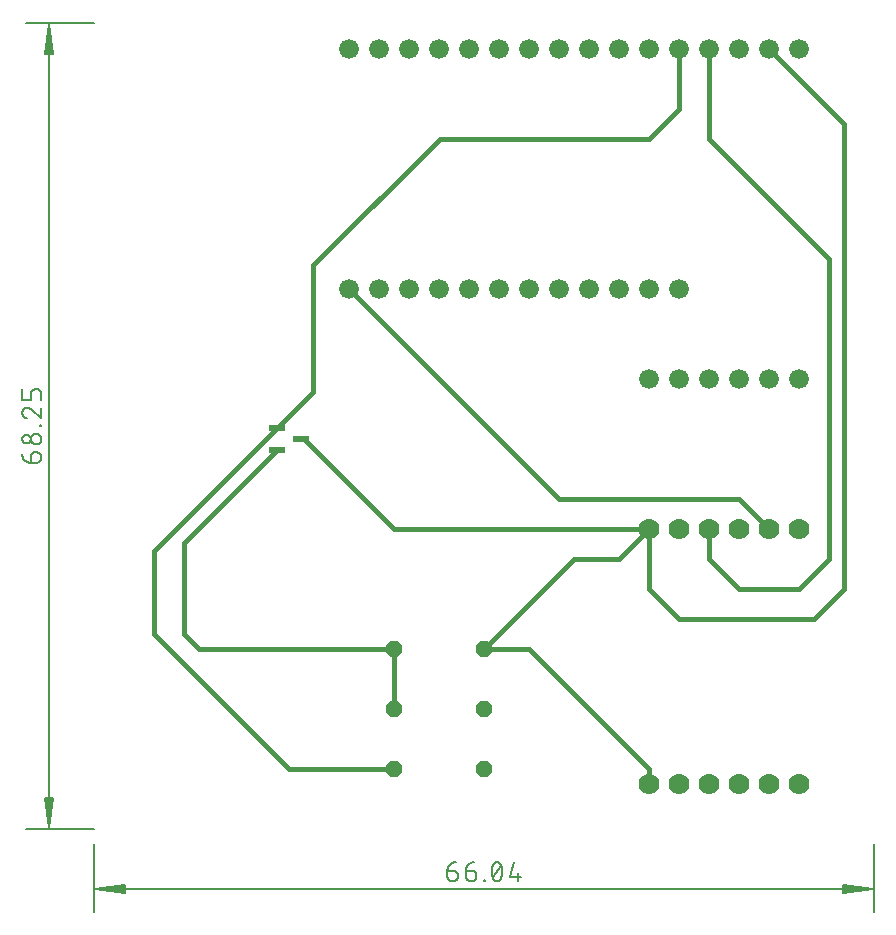
<source format=gbr>
G04 EAGLE Gerber RS-274X export*
G75*
%MOMM*%
%FSLAX34Y34*%
%LPD*%
%INTop Copper*%
%IPPOS*%
%AMOC8*
5,1,8,0,0,1.08239X$1,22.5*%
G01*
%ADD10C,0.130000*%
%ADD11C,0.152400*%
%ADD12R,1.320800X0.558800*%
%ADD13C,1.676400*%
%ADD14C,1.778000*%
%ADD15P,1.429621X8X22.500000*%
%ADD16P,1.429621X8X202.500000*%
%ADD17C,0.406400*%


D10*
X939800Y304800D02*
X939800Y247200D01*
X1600200Y247200D02*
X1600200Y304800D01*
X1599550Y266700D02*
X940450Y266700D01*
X965800Y269892D01*
X965800Y263508D01*
X940450Y266700D01*
X965800Y268000D01*
X965800Y265400D02*
X940450Y266700D01*
X965800Y269300D01*
X965800Y264100D02*
X940450Y266700D01*
X1574200Y269892D02*
X1599550Y266700D01*
X1574200Y269892D02*
X1574200Y263508D01*
X1599550Y266700D01*
X1574200Y268000D01*
X1574200Y265400D02*
X1599550Y266700D01*
X1574200Y269300D01*
X1574200Y264100D02*
X1599550Y266700D01*
D11*
X1244271Y282238D02*
X1238852Y282238D01*
X1244271Y282238D02*
X1244389Y282236D01*
X1244507Y282230D01*
X1244625Y282221D01*
X1244742Y282207D01*
X1244859Y282190D01*
X1244976Y282169D01*
X1245091Y282144D01*
X1245206Y282115D01*
X1245320Y282082D01*
X1245432Y282046D01*
X1245543Y282006D01*
X1245653Y281963D01*
X1245762Y281916D01*
X1245869Y281866D01*
X1245974Y281811D01*
X1246077Y281754D01*
X1246178Y281693D01*
X1246278Y281629D01*
X1246375Y281562D01*
X1246470Y281492D01*
X1246562Y281418D01*
X1246653Y281342D01*
X1246740Y281262D01*
X1246825Y281180D01*
X1246907Y281095D01*
X1246987Y281008D01*
X1247063Y280917D01*
X1247137Y280825D01*
X1247207Y280730D01*
X1247274Y280633D01*
X1247338Y280533D01*
X1247399Y280432D01*
X1247456Y280329D01*
X1247511Y280224D01*
X1247561Y280117D01*
X1247608Y280008D01*
X1247651Y279898D01*
X1247691Y279787D01*
X1247727Y279675D01*
X1247760Y279561D01*
X1247789Y279446D01*
X1247814Y279331D01*
X1247835Y279214D01*
X1247852Y279097D01*
X1247866Y278980D01*
X1247875Y278862D01*
X1247881Y278744D01*
X1247883Y278626D01*
X1247883Y277723D01*
X1247884Y277723D02*
X1247882Y277590D01*
X1247876Y277458D01*
X1247866Y277326D01*
X1247853Y277194D01*
X1247835Y277062D01*
X1247814Y276932D01*
X1247789Y276801D01*
X1247760Y276672D01*
X1247727Y276544D01*
X1247691Y276416D01*
X1247651Y276290D01*
X1247607Y276165D01*
X1247559Y276041D01*
X1247508Y275919D01*
X1247453Y275798D01*
X1247395Y275679D01*
X1247333Y275561D01*
X1247268Y275446D01*
X1247199Y275332D01*
X1247128Y275221D01*
X1247052Y275112D01*
X1246974Y275005D01*
X1246893Y274900D01*
X1246808Y274798D01*
X1246721Y274698D01*
X1246631Y274601D01*
X1246538Y274506D01*
X1246442Y274415D01*
X1246344Y274326D01*
X1246243Y274240D01*
X1246139Y274157D01*
X1246033Y274077D01*
X1245925Y274001D01*
X1245815Y273927D01*
X1245702Y273857D01*
X1245588Y273790D01*
X1245471Y273727D01*
X1245353Y273667D01*
X1245233Y273610D01*
X1245111Y273557D01*
X1244988Y273508D01*
X1244864Y273462D01*
X1244738Y273420D01*
X1244611Y273382D01*
X1244483Y273347D01*
X1244354Y273316D01*
X1244225Y273289D01*
X1244094Y273266D01*
X1243963Y273246D01*
X1243831Y273231D01*
X1243699Y273219D01*
X1243567Y273211D01*
X1243434Y273207D01*
X1243302Y273207D01*
X1243169Y273211D01*
X1243037Y273219D01*
X1242905Y273231D01*
X1242773Y273246D01*
X1242642Y273266D01*
X1242511Y273289D01*
X1242382Y273316D01*
X1242253Y273347D01*
X1242125Y273382D01*
X1241998Y273420D01*
X1241872Y273462D01*
X1241748Y273508D01*
X1241625Y273557D01*
X1241503Y273610D01*
X1241383Y273667D01*
X1241265Y273727D01*
X1241148Y273790D01*
X1241034Y273857D01*
X1240921Y273927D01*
X1240811Y274001D01*
X1240703Y274077D01*
X1240597Y274157D01*
X1240493Y274240D01*
X1240392Y274326D01*
X1240294Y274415D01*
X1240198Y274506D01*
X1240105Y274601D01*
X1240015Y274698D01*
X1239928Y274798D01*
X1239843Y274900D01*
X1239762Y275005D01*
X1239684Y275112D01*
X1239608Y275221D01*
X1239537Y275332D01*
X1239468Y275446D01*
X1239403Y275561D01*
X1239341Y275679D01*
X1239283Y275798D01*
X1239228Y275919D01*
X1239177Y276041D01*
X1239129Y276165D01*
X1239085Y276290D01*
X1239045Y276416D01*
X1239009Y276544D01*
X1238976Y276672D01*
X1238947Y276801D01*
X1238922Y276932D01*
X1238901Y277062D01*
X1238883Y277194D01*
X1238870Y277326D01*
X1238860Y277458D01*
X1238854Y277590D01*
X1238852Y277723D01*
X1238852Y282238D01*
X1238854Y282415D01*
X1238861Y282593D01*
X1238872Y282770D01*
X1238887Y282946D01*
X1238906Y283122D01*
X1238930Y283298D01*
X1238958Y283473D01*
X1238991Y283648D01*
X1239028Y283821D01*
X1239069Y283994D01*
X1239114Y284165D01*
X1239163Y284335D01*
X1239217Y284504D01*
X1239274Y284672D01*
X1239336Y284838D01*
X1239402Y285003D01*
X1239472Y285166D01*
X1239546Y285327D01*
X1239623Y285486D01*
X1239705Y285644D01*
X1239791Y285799D01*
X1239880Y285952D01*
X1239973Y286103D01*
X1240070Y286252D01*
X1240170Y286398D01*
X1240274Y286542D01*
X1240381Y286683D01*
X1240492Y286821D01*
X1240606Y286957D01*
X1240724Y287090D01*
X1240844Y287220D01*
X1240968Y287347D01*
X1241095Y287471D01*
X1241225Y287591D01*
X1241358Y287709D01*
X1241493Y287823D01*
X1241632Y287934D01*
X1241773Y288041D01*
X1241917Y288145D01*
X1242063Y288245D01*
X1242212Y288342D01*
X1242363Y288435D01*
X1242516Y288524D01*
X1242671Y288610D01*
X1242829Y288692D01*
X1242988Y288769D01*
X1243149Y288843D01*
X1243312Y288913D01*
X1243477Y288979D01*
X1243643Y289041D01*
X1243811Y289098D01*
X1243980Y289152D01*
X1244150Y289201D01*
X1244321Y289246D01*
X1244494Y289287D01*
X1244667Y289324D01*
X1244842Y289357D01*
X1245017Y289385D01*
X1245193Y289409D01*
X1245369Y289428D01*
X1245545Y289443D01*
X1245722Y289454D01*
X1245900Y289461D01*
X1246077Y289463D01*
X1254483Y282238D02*
X1259902Y282238D01*
X1260020Y282236D01*
X1260138Y282230D01*
X1260256Y282221D01*
X1260373Y282207D01*
X1260490Y282190D01*
X1260607Y282169D01*
X1260722Y282144D01*
X1260837Y282115D01*
X1260951Y282082D01*
X1261063Y282046D01*
X1261174Y282006D01*
X1261284Y281963D01*
X1261393Y281916D01*
X1261500Y281866D01*
X1261605Y281811D01*
X1261708Y281754D01*
X1261809Y281693D01*
X1261909Y281629D01*
X1262006Y281562D01*
X1262101Y281492D01*
X1262193Y281418D01*
X1262284Y281342D01*
X1262371Y281262D01*
X1262456Y281180D01*
X1262538Y281095D01*
X1262618Y281008D01*
X1262694Y280917D01*
X1262768Y280825D01*
X1262838Y280730D01*
X1262905Y280633D01*
X1262969Y280533D01*
X1263030Y280432D01*
X1263087Y280329D01*
X1263142Y280224D01*
X1263192Y280117D01*
X1263239Y280008D01*
X1263282Y279898D01*
X1263322Y279787D01*
X1263358Y279675D01*
X1263391Y279561D01*
X1263420Y279446D01*
X1263445Y279331D01*
X1263466Y279214D01*
X1263483Y279097D01*
X1263497Y278980D01*
X1263506Y278862D01*
X1263512Y278744D01*
X1263514Y278626D01*
X1263514Y277723D01*
X1263515Y277723D02*
X1263513Y277590D01*
X1263507Y277458D01*
X1263497Y277326D01*
X1263484Y277194D01*
X1263466Y277062D01*
X1263445Y276932D01*
X1263420Y276801D01*
X1263391Y276672D01*
X1263358Y276544D01*
X1263322Y276416D01*
X1263282Y276290D01*
X1263238Y276165D01*
X1263190Y276041D01*
X1263139Y275919D01*
X1263084Y275798D01*
X1263026Y275679D01*
X1262964Y275561D01*
X1262899Y275446D01*
X1262830Y275332D01*
X1262759Y275221D01*
X1262683Y275112D01*
X1262605Y275005D01*
X1262524Y274900D01*
X1262439Y274798D01*
X1262352Y274698D01*
X1262262Y274601D01*
X1262169Y274506D01*
X1262073Y274415D01*
X1261975Y274326D01*
X1261874Y274240D01*
X1261770Y274157D01*
X1261664Y274077D01*
X1261556Y274001D01*
X1261446Y273927D01*
X1261333Y273857D01*
X1261219Y273790D01*
X1261102Y273727D01*
X1260984Y273667D01*
X1260864Y273610D01*
X1260742Y273557D01*
X1260619Y273508D01*
X1260495Y273462D01*
X1260369Y273420D01*
X1260242Y273382D01*
X1260114Y273347D01*
X1259985Y273316D01*
X1259856Y273289D01*
X1259725Y273266D01*
X1259594Y273246D01*
X1259462Y273231D01*
X1259330Y273219D01*
X1259198Y273211D01*
X1259065Y273207D01*
X1258933Y273207D01*
X1258800Y273211D01*
X1258668Y273219D01*
X1258536Y273231D01*
X1258404Y273246D01*
X1258273Y273266D01*
X1258142Y273289D01*
X1258013Y273316D01*
X1257884Y273347D01*
X1257756Y273382D01*
X1257629Y273420D01*
X1257503Y273462D01*
X1257379Y273508D01*
X1257256Y273557D01*
X1257134Y273610D01*
X1257014Y273667D01*
X1256896Y273727D01*
X1256779Y273790D01*
X1256665Y273857D01*
X1256552Y273927D01*
X1256442Y274001D01*
X1256334Y274077D01*
X1256228Y274157D01*
X1256124Y274240D01*
X1256023Y274326D01*
X1255925Y274415D01*
X1255829Y274506D01*
X1255736Y274601D01*
X1255646Y274698D01*
X1255559Y274798D01*
X1255474Y274900D01*
X1255393Y275005D01*
X1255315Y275112D01*
X1255239Y275221D01*
X1255168Y275332D01*
X1255099Y275446D01*
X1255034Y275561D01*
X1254972Y275679D01*
X1254914Y275798D01*
X1254859Y275919D01*
X1254808Y276041D01*
X1254760Y276165D01*
X1254716Y276290D01*
X1254676Y276416D01*
X1254640Y276544D01*
X1254607Y276672D01*
X1254578Y276801D01*
X1254553Y276932D01*
X1254532Y277062D01*
X1254514Y277194D01*
X1254501Y277326D01*
X1254491Y277458D01*
X1254485Y277590D01*
X1254483Y277723D01*
X1254483Y282238D01*
X1254485Y282415D01*
X1254492Y282593D01*
X1254503Y282770D01*
X1254518Y282946D01*
X1254537Y283122D01*
X1254561Y283298D01*
X1254589Y283473D01*
X1254622Y283648D01*
X1254659Y283821D01*
X1254700Y283994D01*
X1254745Y284165D01*
X1254794Y284335D01*
X1254848Y284504D01*
X1254905Y284672D01*
X1254967Y284838D01*
X1255033Y285003D01*
X1255103Y285166D01*
X1255177Y285327D01*
X1255254Y285486D01*
X1255336Y285644D01*
X1255422Y285799D01*
X1255511Y285952D01*
X1255604Y286103D01*
X1255701Y286252D01*
X1255801Y286398D01*
X1255905Y286542D01*
X1256012Y286683D01*
X1256123Y286821D01*
X1256237Y286957D01*
X1256355Y287090D01*
X1256475Y287220D01*
X1256599Y287347D01*
X1256726Y287471D01*
X1256856Y287591D01*
X1256989Y287709D01*
X1257124Y287823D01*
X1257263Y287934D01*
X1257404Y288041D01*
X1257548Y288145D01*
X1257694Y288245D01*
X1257843Y288342D01*
X1257994Y288435D01*
X1258147Y288524D01*
X1258302Y288610D01*
X1258460Y288692D01*
X1258619Y288769D01*
X1258780Y288843D01*
X1258943Y288913D01*
X1259108Y288979D01*
X1259274Y289041D01*
X1259442Y289098D01*
X1259611Y289152D01*
X1259781Y289201D01*
X1259952Y289246D01*
X1260125Y289287D01*
X1260298Y289324D01*
X1260473Y289357D01*
X1260648Y289385D01*
X1260824Y289409D01*
X1261000Y289428D01*
X1261176Y289443D01*
X1261353Y289454D01*
X1261531Y289461D01*
X1261708Y289463D01*
X1269489Y274110D02*
X1269489Y273207D01*
X1269489Y274110D02*
X1270392Y274110D01*
X1270392Y273207D01*
X1269489Y273207D01*
X1276367Y281335D02*
X1276371Y281655D01*
X1276382Y281974D01*
X1276401Y282294D01*
X1276428Y282612D01*
X1276462Y282930D01*
X1276504Y283247D01*
X1276554Y283563D01*
X1276611Y283878D01*
X1276675Y284191D01*
X1276747Y284503D01*
X1276826Y284813D01*
X1276913Y285120D01*
X1277007Y285426D01*
X1277108Y285729D01*
X1277217Y286030D01*
X1277332Y286328D01*
X1277455Y286624D01*
X1277585Y286916D01*
X1277722Y287205D01*
X1277721Y287206D02*
X1277760Y287314D01*
X1277803Y287421D01*
X1277849Y287526D01*
X1277900Y287630D01*
X1277953Y287732D01*
X1278010Y287832D01*
X1278071Y287930D01*
X1278135Y288025D01*
X1278202Y288119D01*
X1278273Y288210D01*
X1278346Y288299D01*
X1278423Y288385D01*
X1278502Y288468D01*
X1278584Y288549D01*
X1278669Y288627D01*
X1278757Y288701D01*
X1278847Y288773D01*
X1278939Y288841D01*
X1279034Y288907D01*
X1279131Y288969D01*
X1279230Y289027D01*
X1279332Y289083D01*
X1279434Y289134D01*
X1279539Y289182D01*
X1279645Y289227D01*
X1279753Y289268D01*
X1279862Y289305D01*
X1279972Y289338D01*
X1280084Y289367D01*
X1280196Y289393D01*
X1280309Y289415D01*
X1280423Y289432D01*
X1280537Y289446D01*
X1280652Y289456D01*
X1280767Y289462D01*
X1280882Y289464D01*
X1280882Y289463D02*
X1280997Y289461D01*
X1281112Y289455D01*
X1281227Y289445D01*
X1281341Y289431D01*
X1281455Y289414D01*
X1281568Y289392D01*
X1281680Y289366D01*
X1281792Y289337D01*
X1281902Y289304D01*
X1282011Y289267D01*
X1282119Y289226D01*
X1282225Y289181D01*
X1282330Y289133D01*
X1282432Y289082D01*
X1282533Y289026D01*
X1282633Y288968D01*
X1282730Y288906D01*
X1282824Y288841D01*
X1282917Y288772D01*
X1283007Y288700D01*
X1283095Y288626D01*
X1283180Y288548D01*
X1283262Y288467D01*
X1283341Y288384D01*
X1283418Y288298D01*
X1283491Y288209D01*
X1283562Y288118D01*
X1283629Y288024D01*
X1283693Y287929D01*
X1283754Y287831D01*
X1283811Y287731D01*
X1283864Y287629D01*
X1283915Y287525D01*
X1283961Y287420D01*
X1284004Y287313D01*
X1284043Y287205D01*
X1284180Y286916D01*
X1284310Y286624D01*
X1284433Y286328D01*
X1284548Y286030D01*
X1284657Y285729D01*
X1284758Y285426D01*
X1284852Y285120D01*
X1284939Y284813D01*
X1285018Y284503D01*
X1285090Y284191D01*
X1285154Y283878D01*
X1285211Y283563D01*
X1285261Y283247D01*
X1285303Y282930D01*
X1285337Y282612D01*
X1285364Y282294D01*
X1285383Y281974D01*
X1285394Y281655D01*
X1285398Y281335D01*
X1276367Y281335D02*
X1276371Y281015D01*
X1276382Y280696D01*
X1276401Y280376D01*
X1276428Y280058D01*
X1276462Y279740D01*
X1276504Y279423D01*
X1276554Y279107D01*
X1276611Y278792D01*
X1276675Y278479D01*
X1276747Y278167D01*
X1276826Y277857D01*
X1276913Y277550D01*
X1277007Y277244D01*
X1277108Y276941D01*
X1277217Y276640D01*
X1277332Y276342D01*
X1277455Y276046D01*
X1277585Y275754D01*
X1277722Y275465D01*
X1277721Y275465D02*
X1277760Y275357D01*
X1277803Y275250D01*
X1277849Y275145D01*
X1277900Y275041D01*
X1277953Y274939D01*
X1278010Y274839D01*
X1278071Y274741D01*
X1278135Y274646D01*
X1278202Y274552D01*
X1278273Y274461D01*
X1278346Y274372D01*
X1278423Y274286D01*
X1278502Y274203D01*
X1278584Y274122D01*
X1278669Y274044D01*
X1278757Y273970D01*
X1278847Y273898D01*
X1278940Y273829D01*
X1279034Y273764D01*
X1279131Y273702D01*
X1279231Y273644D01*
X1279332Y273588D01*
X1279434Y273537D01*
X1279539Y273489D01*
X1279645Y273444D01*
X1279753Y273403D01*
X1279862Y273366D01*
X1279972Y273333D01*
X1280084Y273304D01*
X1280196Y273278D01*
X1280309Y273256D01*
X1280423Y273239D01*
X1280537Y273225D01*
X1280652Y273215D01*
X1280767Y273209D01*
X1280882Y273207D01*
X1284043Y275465D02*
X1284180Y275754D01*
X1284310Y276046D01*
X1284433Y276342D01*
X1284548Y276640D01*
X1284657Y276941D01*
X1284758Y277244D01*
X1284852Y277550D01*
X1284939Y277857D01*
X1285018Y278167D01*
X1285090Y278479D01*
X1285154Y278792D01*
X1285211Y279107D01*
X1285261Y279423D01*
X1285303Y279740D01*
X1285337Y280058D01*
X1285364Y280376D01*
X1285383Y280696D01*
X1285394Y281015D01*
X1285398Y281335D01*
X1284043Y275465D02*
X1284004Y275357D01*
X1283961Y275250D01*
X1283915Y275145D01*
X1283864Y275041D01*
X1283811Y274939D01*
X1283754Y274839D01*
X1283693Y274741D01*
X1283629Y274646D01*
X1283562Y274552D01*
X1283491Y274461D01*
X1283418Y274372D01*
X1283341Y274286D01*
X1283262Y274203D01*
X1283180Y274122D01*
X1283095Y274044D01*
X1283007Y273970D01*
X1282917Y273898D01*
X1282824Y273829D01*
X1282730Y273764D01*
X1282633Y273702D01*
X1282533Y273644D01*
X1282432Y273588D01*
X1282329Y273537D01*
X1282225Y273489D01*
X1282119Y273444D01*
X1282011Y273403D01*
X1281902Y273366D01*
X1281792Y273333D01*
X1281680Y273304D01*
X1281568Y273278D01*
X1281455Y273256D01*
X1281341Y273239D01*
X1281227Y273225D01*
X1281112Y273215D01*
X1280997Y273209D01*
X1280882Y273207D01*
X1277270Y276819D02*
X1284495Y285851D01*
X1295611Y289463D02*
X1291998Y276819D01*
X1301029Y276819D01*
X1298320Y280432D02*
X1298320Y273207D01*
D10*
X939800Y317500D02*
X882200Y317500D01*
X882200Y1000000D02*
X939800Y1000000D01*
X901700Y999350D02*
X901700Y318150D01*
X898508Y343500D01*
X904892Y343500D01*
X901700Y318150D01*
X900400Y343500D01*
X903000Y343500D02*
X901700Y318150D01*
X899100Y343500D01*
X904300Y343500D02*
X901700Y318150D01*
X898508Y974000D02*
X901700Y999350D01*
X898508Y974000D02*
X904892Y974000D01*
X901700Y999350D01*
X900400Y974000D01*
X903000Y974000D02*
X901700Y999350D01*
X899100Y974000D01*
X904300Y974000D02*
X901700Y999350D01*
D11*
X886162Y633021D02*
X886162Y627602D01*
X886162Y633021D02*
X886164Y633139D01*
X886170Y633257D01*
X886179Y633375D01*
X886193Y633492D01*
X886210Y633609D01*
X886231Y633726D01*
X886256Y633841D01*
X886285Y633956D01*
X886318Y634070D01*
X886354Y634182D01*
X886394Y634293D01*
X886437Y634403D01*
X886484Y634512D01*
X886534Y634619D01*
X886589Y634724D01*
X886646Y634827D01*
X886707Y634928D01*
X886771Y635028D01*
X886838Y635125D01*
X886908Y635220D01*
X886982Y635312D01*
X887058Y635403D01*
X887138Y635490D01*
X887220Y635575D01*
X887305Y635657D01*
X887392Y635737D01*
X887483Y635813D01*
X887575Y635887D01*
X887670Y635957D01*
X887767Y636024D01*
X887867Y636088D01*
X887968Y636149D01*
X888071Y636206D01*
X888176Y636261D01*
X888283Y636311D01*
X888392Y636358D01*
X888502Y636401D01*
X888613Y636441D01*
X888725Y636477D01*
X888839Y636510D01*
X888954Y636539D01*
X889069Y636564D01*
X889186Y636585D01*
X889303Y636602D01*
X889420Y636616D01*
X889538Y636625D01*
X889656Y636631D01*
X889774Y636633D01*
X890677Y636633D01*
X890677Y636634D02*
X890810Y636632D01*
X890942Y636626D01*
X891074Y636616D01*
X891206Y636603D01*
X891338Y636585D01*
X891468Y636564D01*
X891599Y636539D01*
X891728Y636510D01*
X891856Y636477D01*
X891984Y636441D01*
X892110Y636401D01*
X892235Y636357D01*
X892359Y636309D01*
X892481Y636258D01*
X892602Y636203D01*
X892721Y636145D01*
X892839Y636083D01*
X892954Y636018D01*
X893068Y635949D01*
X893179Y635878D01*
X893288Y635802D01*
X893395Y635724D01*
X893500Y635643D01*
X893602Y635558D01*
X893702Y635471D01*
X893799Y635381D01*
X893894Y635288D01*
X893985Y635192D01*
X894074Y635094D01*
X894160Y634993D01*
X894243Y634889D01*
X894323Y634783D01*
X894399Y634675D01*
X894473Y634565D01*
X894543Y634452D01*
X894610Y634338D01*
X894673Y634221D01*
X894733Y634103D01*
X894790Y633983D01*
X894843Y633861D01*
X894892Y633738D01*
X894938Y633614D01*
X894980Y633488D01*
X895018Y633361D01*
X895053Y633233D01*
X895084Y633104D01*
X895111Y632975D01*
X895134Y632844D01*
X895154Y632713D01*
X895169Y632581D01*
X895181Y632449D01*
X895189Y632317D01*
X895193Y632184D01*
X895193Y632052D01*
X895189Y631919D01*
X895181Y631787D01*
X895169Y631655D01*
X895154Y631523D01*
X895134Y631392D01*
X895111Y631261D01*
X895084Y631132D01*
X895053Y631003D01*
X895018Y630875D01*
X894980Y630748D01*
X894938Y630622D01*
X894892Y630498D01*
X894843Y630375D01*
X894790Y630253D01*
X894733Y630133D01*
X894673Y630015D01*
X894610Y629898D01*
X894543Y629784D01*
X894473Y629671D01*
X894399Y629561D01*
X894323Y629453D01*
X894243Y629347D01*
X894160Y629243D01*
X894074Y629142D01*
X893985Y629044D01*
X893894Y628948D01*
X893799Y628855D01*
X893702Y628765D01*
X893602Y628678D01*
X893500Y628593D01*
X893395Y628512D01*
X893288Y628434D01*
X893179Y628358D01*
X893068Y628287D01*
X892954Y628218D01*
X892839Y628153D01*
X892721Y628091D01*
X892602Y628033D01*
X892481Y627978D01*
X892359Y627927D01*
X892235Y627879D01*
X892110Y627835D01*
X891984Y627795D01*
X891856Y627759D01*
X891728Y627726D01*
X891599Y627697D01*
X891468Y627672D01*
X891338Y627651D01*
X891206Y627633D01*
X891074Y627620D01*
X890942Y627610D01*
X890810Y627604D01*
X890677Y627602D01*
X886162Y627602D01*
X885985Y627604D01*
X885807Y627611D01*
X885630Y627622D01*
X885454Y627637D01*
X885278Y627656D01*
X885102Y627680D01*
X884927Y627708D01*
X884752Y627741D01*
X884579Y627778D01*
X884406Y627819D01*
X884235Y627864D01*
X884065Y627913D01*
X883896Y627967D01*
X883728Y628024D01*
X883562Y628086D01*
X883397Y628152D01*
X883234Y628222D01*
X883073Y628296D01*
X882914Y628373D01*
X882756Y628455D01*
X882601Y628541D01*
X882448Y628630D01*
X882297Y628723D01*
X882148Y628820D01*
X882002Y628920D01*
X881858Y629024D01*
X881717Y629131D01*
X881579Y629242D01*
X881443Y629356D01*
X881310Y629474D01*
X881180Y629594D01*
X881053Y629718D01*
X880929Y629845D01*
X880809Y629975D01*
X880691Y630108D01*
X880577Y630243D01*
X880466Y630382D01*
X880359Y630523D01*
X880255Y630667D01*
X880155Y630813D01*
X880058Y630962D01*
X879965Y631113D01*
X879876Y631266D01*
X879790Y631421D01*
X879708Y631579D01*
X879631Y631738D01*
X879557Y631899D01*
X879487Y632062D01*
X879421Y632227D01*
X879359Y632393D01*
X879302Y632561D01*
X879248Y632730D01*
X879199Y632900D01*
X879154Y633071D01*
X879113Y633244D01*
X879076Y633417D01*
X879043Y633592D01*
X879015Y633767D01*
X878991Y633943D01*
X878972Y634119D01*
X878957Y634295D01*
X878946Y634472D01*
X878939Y634650D01*
X878937Y634827D01*
X890677Y643233D02*
X890544Y643235D01*
X890412Y643241D01*
X890280Y643251D01*
X890148Y643264D01*
X890016Y643282D01*
X889886Y643303D01*
X889755Y643328D01*
X889626Y643357D01*
X889498Y643390D01*
X889370Y643426D01*
X889244Y643466D01*
X889119Y643510D01*
X888995Y643558D01*
X888873Y643609D01*
X888752Y643664D01*
X888633Y643722D01*
X888515Y643784D01*
X888400Y643849D01*
X888286Y643918D01*
X888175Y643989D01*
X888066Y644065D01*
X887959Y644143D01*
X887854Y644224D01*
X887752Y644309D01*
X887652Y644396D01*
X887555Y644486D01*
X887460Y644579D01*
X887369Y644675D01*
X887280Y644773D01*
X887194Y644874D01*
X887111Y644978D01*
X887031Y645084D01*
X886955Y645192D01*
X886881Y645302D01*
X886811Y645415D01*
X886744Y645529D01*
X886681Y645646D01*
X886621Y645764D01*
X886564Y645884D01*
X886511Y646006D01*
X886462Y646129D01*
X886416Y646253D01*
X886374Y646379D01*
X886336Y646506D01*
X886301Y646634D01*
X886270Y646763D01*
X886243Y646892D01*
X886220Y647023D01*
X886200Y647154D01*
X886185Y647286D01*
X886173Y647418D01*
X886165Y647550D01*
X886161Y647683D01*
X886161Y647815D01*
X886165Y647948D01*
X886173Y648080D01*
X886185Y648212D01*
X886200Y648344D01*
X886220Y648475D01*
X886243Y648606D01*
X886270Y648735D01*
X886301Y648864D01*
X886336Y648992D01*
X886374Y649119D01*
X886416Y649245D01*
X886462Y649369D01*
X886511Y649492D01*
X886564Y649614D01*
X886621Y649734D01*
X886681Y649852D01*
X886744Y649969D01*
X886811Y650083D01*
X886881Y650196D01*
X886955Y650306D01*
X887031Y650414D01*
X887111Y650520D01*
X887194Y650624D01*
X887280Y650725D01*
X887369Y650823D01*
X887460Y650919D01*
X887555Y651012D01*
X887652Y651102D01*
X887752Y651189D01*
X887854Y651274D01*
X887959Y651355D01*
X888066Y651433D01*
X888175Y651509D01*
X888286Y651580D01*
X888400Y651649D01*
X888515Y651714D01*
X888633Y651776D01*
X888752Y651834D01*
X888873Y651889D01*
X888995Y651940D01*
X889119Y651988D01*
X889244Y652032D01*
X889370Y652072D01*
X889498Y652108D01*
X889626Y652141D01*
X889755Y652170D01*
X889886Y652195D01*
X890016Y652216D01*
X890148Y652234D01*
X890280Y652247D01*
X890412Y652257D01*
X890544Y652263D01*
X890677Y652265D01*
X890810Y652263D01*
X890942Y652257D01*
X891074Y652247D01*
X891206Y652234D01*
X891338Y652216D01*
X891468Y652195D01*
X891599Y652170D01*
X891728Y652141D01*
X891856Y652108D01*
X891984Y652072D01*
X892110Y652032D01*
X892235Y651988D01*
X892359Y651940D01*
X892481Y651889D01*
X892602Y651834D01*
X892721Y651776D01*
X892839Y651714D01*
X892954Y651649D01*
X893068Y651580D01*
X893179Y651509D01*
X893288Y651433D01*
X893395Y651355D01*
X893500Y651274D01*
X893602Y651189D01*
X893702Y651102D01*
X893799Y651012D01*
X893894Y650919D01*
X893985Y650823D01*
X894074Y650725D01*
X894160Y650624D01*
X894243Y650520D01*
X894323Y650414D01*
X894399Y650306D01*
X894473Y650196D01*
X894543Y650083D01*
X894610Y649969D01*
X894673Y649852D01*
X894733Y649734D01*
X894790Y649614D01*
X894843Y649492D01*
X894892Y649369D01*
X894938Y649245D01*
X894980Y649119D01*
X895018Y648992D01*
X895053Y648864D01*
X895084Y648735D01*
X895111Y648606D01*
X895134Y648475D01*
X895154Y648344D01*
X895169Y648212D01*
X895181Y648080D01*
X895189Y647948D01*
X895193Y647815D01*
X895193Y647683D01*
X895189Y647550D01*
X895181Y647418D01*
X895169Y647286D01*
X895154Y647154D01*
X895134Y647023D01*
X895111Y646892D01*
X895084Y646763D01*
X895053Y646634D01*
X895018Y646506D01*
X894980Y646379D01*
X894938Y646253D01*
X894892Y646129D01*
X894843Y646006D01*
X894790Y645884D01*
X894733Y645764D01*
X894673Y645646D01*
X894610Y645529D01*
X894543Y645415D01*
X894473Y645302D01*
X894399Y645192D01*
X894323Y645084D01*
X894243Y644978D01*
X894160Y644874D01*
X894074Y644773D01*
X893985Y644675D01*
X893894Y644579D01*
X893799Y644486D01*
X893702Y644396D01*
X893602Y644309D01*
X893500Y644224D01*
X893395Y644143D01*
X893288Y644065D01*
X893179Y643989D01*
X893068Y643918D01*
X892954Y643849D01*
X892839Y643784D01*
X892721Y643722D01*
X892602Y643664D01*
X892481Y643609D01*
X892359Y643558D01*
X892235Y643510D01*
X892110Y643466D01*
X891984Y643426D01*
X891856Y643390D01*
X891728Y643357D01*
X891599Y643328D01*
X891468Y643303D01*
X891338Y643282D01*
X891206Y643264D01*
X891074Y643251D01*
X890942Y643241D01*
X890810Y643235D01*
X890677Y643233D01*
X882549Y644137D02*
X882430Y644139D01*
X882310Y644145D01*
X882191Y644155D01*
X882073Y644169D01*
X881954Y644186D01*
X881837Y644208D01*
X881720Y644233D01*
X881605Y644263D01*
X881490Y644296D01*
X881376Y644333D01*
X881264Y644373D01*
X881153Y644418D01*
X881044Y644466D01*
X880936Y644517D01*
X880830Y644572D01*
X880726Y644631D01*
X880624Y644693D01*
X880524Y644758D01*
X880426Y644827D01*
X880330Y644899D01*
X880237Y644974D01*
X880147Y645051D01*
X880059Y645132D01*
X879974Y645216D01*
X879892Y645303D01*
X879812Y645392D01*
X879736Y645484D01*
X879662Y645578D01*
X879592Y645675D01*
X879525Y645773D01*
X879461Y645874D01*
X879401Y645978D01*
X879344Y646083D01*
X879291Y646190D01*
X879241Y646298D01*
X879195Y646408D01*
X879153Y646520D01*
X879114Y646633D01*
X879079Y646747D01*
X879048Y646862D01*
X879020Y646979D01*
X878997Y647096D01*
X878977Y647213D01*
X878961Y647332D01*
X878949Y647451D01*
X878941Y647570D01*
X878937Y647689D01*
X878937Y647809D01*
X878941Y647928D01*
X878949Y648047D01*
X878961Y648166D01*
X878977Y648285D01*
X878997Y648402D01*
X879020Y648519D01*
X879048Y648636D01*
X879079Y648751D01*
X879114Y648865D01*
X879153Y648978D01*
X879195Y649090D01*
X879241Y649200D01*
X879291Y649308D01*
X879344Y649415D01*
X879401Y649520D01*
X879461Y649624D01*
X879525Y649725D01*
X879592Y649823D01*
X879662Y649920D01*
X879736Y650014D01*
X879812Y650106D01*
X879892Y650195D01*
X879974Y650282D01*
X880059Y650366D01*
X880147Y650447D01*
X880237Y650524D01*
X880330Y650599D01*
X880426Y650671D01*
X880524Y650740D01*
X880624Y650805D01*
X880726Y650867D01*
X880830Y650926D01*
X880936Y650981D01*
X881044Y651032D01*
X881153Y651080D01*
X881264Y651125D01*
X881376Y651165D01*
X881490Y651202D01*
X881605Y651235D01*
X881720Y651265D01*
X881837Y651290D01*
X881954Y651312D01*
X882073Y651329D01*
X882191Y651343D01*
X882310Y651353D01*
X882430Y651359D01*
X882549Y651361D01*
X882668Y651359D01*
X882788Y651353D01*
X882907Y651343D01*
X883025Y651329D01*
X883144Y651312D01*
X883261Y651290D01*
X883378Y651265D01*
X883493Y651235D01*
X883608Y651202D01*
X883722Y651165D01*
X883834Y651125D01*
X883945Y651080D01*
X884054Y651032D01*
X884162Y650981D01*
X884268Y650926D01*
X884372Y650867D01*
X884474Y650805D01*
X884574Y650740D01*
X884672Y650671D01*
X884768Y650599D01*
X884861Y650524D01*
X884951Y650447D01*
X885039Y650366D01*
X885124Y650282D01*
X885206Y650195D01*
X885286Y650106D01*
X885362Y650014D01*
X885436Y649920D01*
X885506Y649823D01*
X885573Y649725D01*
X885637Y649624D01*
X885697Y649520D01*
X885754Y649415D01*
X885807Y649308D01*
X885857Y649200D01*
X885903Y649090D01*
X885945Y648978D01*
X885984Y648865D01*
X886019Y648751D01*
X886050Y648636D01*
X886078Y648519D01*
X886101Y648402D01*
X886121Y648285D01*
X886137Y648166D01*
X886149Y648047D01*
X886157Y647928D01*
X886161Y647809D01*
X886161Y647689D01*
X886157Y647570D01*
X886149Y647451D01*
X886137Y647332D01*
X886121Y647213D01*
X886101Y647096D01*
X886078Y646979D01*
X886050Y646862D01*
X886019Y646747D01*
X885984Y646633D01*
X885945Y646520D01*
X885903Y646408D01*
X885857Y646298D01*
X885807Y646190D01*
X885754Y646083D01*
X885697Y645978D01*
X885637Y645874D01*
X885573Y645773D01*
X885506Y645675D01*
X885436Y645578D01*
X885362Y645484D01*
X885286Y645392D01*
X885206Y645303D01*
X885124Y645216D01*
X885039Y645132D01*
X884951Y645051D01*
X884861Y644974D01*
X884768Y644899D01*
X884672Y644827D01*
X884574Y644758D01*
X884474Y644693D01*
X884372Y644631D01*
X884268Y644572D01*
X884162Y644517D01*
X884054Y644466D01*
X883945Y644418D01*
X883834Y644373D01*
X883722Y644333D01*
X883608Y644296D01*
X883493Y644263D01*
X883378Y644233D01*
X883261Y644208D01*
X883144Y644186D01*
X883025Y644169D01*
X882907Y644155D01*
X882788Y644145D01*
X882668Y644139D01*
X882549Y644137D01*
X894290Y658239D02*
X895193Y658239D01*
X894290Y658239D02*
X894290Y659142D01*
X895193Y659142D01*
X895193Y658239D01*
X883001Y674148D02*
X882876Y674146D01*
X882751Y674140D01*
X882626Y674131D01*
X882502Y674117D01*
X882378Y674100D01*
X882254Y674079D01*
X882132Y674054D01*
X882010Y674025D01*
X881889Y673993D01*
X881769Y673957D01*
X881650Y673917D01*
X881533Y673874D01*
X881417Y673827D01*
X881302Y673776D01*
X881190Y673722D01*
X881078Y673664D01*
X880969Y673604D01*
X880862Y673539D01*
X880756Y673472D01*
X880653Y673401D01*
X880552Y673327D01*
X880453Y673250D01*
X880357Y673170D01*
X880263Y673087D01*
X880172Y673002D01*
X880083Y672913D01*
X879998Y672822D01*
X879915Y672728D01*
X879835Y672632D01*
X879758Y672533D01*
X879684Y672432D01*
X879613Y672329D01*
X879546Y672223D01*
X879481Y672116D01*
X879421Y672007D01*
X879363Y671895D01*
X879309Y671783D01*
X879258Y671668D01*
X879211Y671552D01*
X879168Y671435D01*
X879128Y671316D01*
X879092Y671196D01*
X879060Y671075D01*
X879031Y670953D01*
X879006Y670831D01*
X878985Y670707D01*
X878968Y670583D01*
X878954Y670459D01*
X878945Y670334D01*
X878939Y670209D01*
X878937Y670084D01*
X878939Y669941D01*
X878945Y669799D01*
X878955Y669656D01*
X878968Y669514D01*
X878986Y669373D01*
X879007Y669231D01*
X879032Y669091D01*
X879061Y668951D01*
X879094Y668812D01*
X879131Y668674D01*
X879171Y668537D01*
X879215Y668402D01*
X879263Y668267D01*
X879315Y668134D01*
X879370Y668002D01*
X879429Y667872D01*
X879491Y667744D01*
X879557Y667617D01*
X879626Y667492D01*
X879698Y667369D01*
X879774Y667248D01*
X879853Y667130D01*
X879936Y667013D01*
X880021Y666899D01*
X880110Y666787D01*
X880201Y666678D01*
X880296Y666571D01*
X880393Y666466D01*
X880494Y666365D01*
X880597Y666266D01*
X880702Y666170D01*
X880811Y666077D01*
X880922Y665987D01*
X881035Y665900D01*
X881150Y665816D01*
X881268Y665736D01*
X881388Y665658D01*
X881510Y665584D01*
X881634Y665514D01*
X881760Y665446D01*
X881888Y665383D01*
X882017Y665322D01*
X882148Y665265D01*
X882280Y665212D01*
X882414Y665163D01*
X882549Y665117D01*
X886162Y672793D02*
X886070Y672887D01*
X885976Y672977D01*
X885879Y673065D01*
X885779Y673150D01*
X885677Y673232D01*
X885572Y673310D01*
X885465Y673386D01*
X885356Y673458D01*
X885245Y673527D01*
X885131Y673593D01*
X885016Y673655D01*
X884899Y673714D01*
X884780Y673769D01*
X884660Y673820D01*
X884538Y673868D01*
X884415Y673913D01*
X884291Y673953D01*
X884165Y673990D01*
X884038Y674023D01*
X883911Y674052D01*
X883782Y674078D01*
X883653Y674099D01*
X883523Y674117D01*
X883393Y674130D01*
X883263Y674140D01*
X883132Y674146D01*
X883001Y674148D01*
X886162Y672793D02*
X895193Y665117D01*
X895193Y674148D01*
X895193Y680748D02*
X895193Y686167D01*
X895191Y686285D01*
X895185Y686403D01*
X895176Y686521D01*
X895162Y686638D01*
X895145Y686755D01*
X895124Y686872D01*
X895099Y686987D01*
X895070Y687102D01*
X895037Y687216D01*
X895001Y687328D01*
X894961Y687439D01*
X894918Y687549D01*
X894871Y687658D01*
X894821Y687765D01*
X894766Y687870D01*
X894709Y687973D01*
X894648Y688074D01*
X894584Y688174D01*
X894517Y688271D01*
X894447Y688366D01*
X894373Y688458D01*
X894297Y688549D01*
X894217Y688636D01*
X894135Y688721D01*
X894050Y688803D01*
X893963Y688883D01*
X893872Y688959D01*
X893780Y689033D01*
X893685Y689103D01*
X893588Y689170D01*
X893488Y689234D01*
X893387Y689295D01*
X893284Y689352D01*
X893179Y689407D01*
X893072Y689457D01*
X892963Y689504D01*
X892853Y689547D01*
X892742Y689587D01*
X892630Y689623D01*
X892516Y689656D01*
X892401Y689685D01*
X892286Y689710D01*
X892169Y689731D01*
X892052Y689748D01*
X891935Y689762D01*
X891817Y689771D01*
X891699Y689777D01*
X891581Y689779D01*
X889774Y689779D01*
X889656Y689777D01*
X889538Y689771D01*
X889420Y689762D01*
X889303Y689748D01*
X889186Y689731D01*
X889069Y689710D01*
X888954Y689685D01*
X888839Y689656D01*
X888725Y689623D01*
X888613Y689587D01*
X888502Y689547D01*
X888392Y689504D01*
X888283Y689457D01*
X888176Y689407D01*
X888071Y689352D01*
X887968Y689295D01*
X887867Y689234D01*
X887767Y689170D01*
X887670Y689103D01*
X887575Y689033D01*
X887483Y688959D01*
X887392Y688883D01*
X887305Y688803D01*
X887220Y688721D01*
X887138Y688636D01*
X887058Y688549D01*
X886982Y688458D01*
X886908Y688366D01*
X886838Y688271D01*
X886771Y688174D01*
X886707Y688074D01*
X886646Y687973D01*
X886589Y687870D01*
X886534Y687765D01*
X886484Y687658D01*
X886437Y687549D01*
X886394Y687439D01*
X886354Y687328D01*
X886318Y687216D01*
X886285Y687102D01*
X886256Y686987D01*
X886231Y686872D01*
X886210Y686755D01*
X886193Y686638D01*
X886179Y686521D01*
X886170Y686403D01*
X886164Y686285D01*
X886162Y686167D01*
X886162Y680748D01*
X878937Y680748D01*
X878937Y689779D01*
D12*
X1094740Y656844D03*
X1094740Y638556D03*
X1115060Y647700D03*
D13*
X1155700Y977900D03*
X1181100Y977900D03*
X1206500Y977900D03*
X1231900Y977900D03*
X1257300Y977900D03*
X1282700Y977900D03*
X1308100Y977900D03*
X1333500Y977900D03*
X1358900Y977900D03*
X1384300Y977900D03*
X1409700Y977900D03*
X1435100Y977900D03*
X1460500Y977900D03*
X1485900Y977900D03*
X1511300Y977900D03*
X1536700Y977900D03*
X1435100Y774700D03*
X1409700Y774700D03*
X1384300Y774700D03*
X1358900Y774700D03*
X1333500Y774700D03*
X1308100Y774700D03*
X1282700Y774700D03*
X1257300Y774700D03*
X1231900Y774700D03*
X1206500Y774700D03*
X1181100Y774700D03*
X1155700Y774700D03*
X1409700Y698500D03*
X1435100Y698500D03*
X1460500Y698500D03*
X1485900Y698500D03*
X1511300Y698500D03*
X1536700Y698500D03*
D14*
X1409700Y571500D03*
X1435100Y571500D03*
X1460500Y571500D03*
X1485900Y571500D03*
X1511300Y571500D03*
X1536700Y571500D03*
X1409700Y355600D03*
X1435100Y355600D03*
X1460500Y355600D03*
X1485900Y355600D03*
X1511300Y355600D03*
X1536700Y355600D03*
D15*
X1193800Y469900D03*
X1270000Y469900D03*
D16*
X1270000Y419100D03*
X1193800Y419100D03*
D15*
X1193800Y368300D03*
X1270000Y368300D03*
D17*
X1562100Y800100D02*
X1460500Y901700D01*
X1460500Y977900D01*
X1562100Y800100D02*
X1562100Y546100D01*
X1536700Y520700D01*
X1485900Y520700D01*
X1460500Y546100D01*
X1460500Y571500D01*
X1125474Y687578D02*
X1094740Y656844D01*
X1125474Y687578D02*
X1125474Y794660D01*
X1232514Y901700D01*
X1409700Y901700D01*
X1435100Y927100D01*
X1435100Y977900D01*
X1193800Y368300D02*
X1104900Y368300D01*
X990600Y482600D01*
X990600Y552704D01*
X1094740Y656844D01*
X1155700Y774700D02*
X1333500Y596900D01*
X1485900Y596900D02*
X1511300Y571500D01*
X1485900Y596900D02*
X1333500Y596900D01*
X1308100Y469900D02*
X1270000Y469900D01*
X1308100Y469900D02*
X1409700Y368300D01*
X1409700Y355600D01*
X1409700Y571500D02*
X1193800Y571500D01*
X1270000Y469900D02*
X1346200Y546100D01*
X1384300Y546100D01*
X1409700Y571500D01*
X1409700Y520700D01*
X1435100Y495300D01*
X1549400Y495300D01*
X1574800Y520700D01*
X1574800Y914400D02*
X1511300Y977900D01*
X1574800Y914400D02*
X1574800Y520700D01*
X1117600Y647700D02*
X1115060Y647700D01*
X1117600Y647700D02*
X1193800Y571500D01*
X1094740Y638556D02*
X1016000Y559816D01*
X1016000Y482600D02*
X1028700Y469900D01*
X1193800Y469900D01*
X1016000Y482600D02*
X1016000Y559816D01*
X1193800Y469900D02*
X1193800Y419100D01*
M02*

</source>
